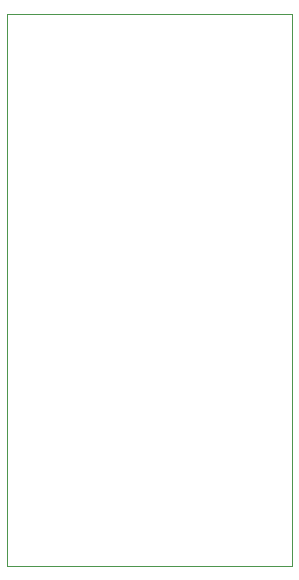
<source format=gbr>
%TF.GenerationSoftware,KiCad,Pcbnew,8.0.9-8.0.9-0~ubuntu22.04.1*%
%TF.CreationDate,2025-12-16T17:58:39+09:00*%
%TF.ProjectId,Jetson_Side_Expand_Board,4a657473-6f6e-45f5-9369-64655f457870,rev?*%
%TF.SameCoordinates,Original*%
%TF.FileFunction,Profile,NP*%
%FSLAX46Y46*%
G04 Gerber Fmt 4.6, Leading zero omitted, Abs format (unit mm)*
G04 Created by KiCad (PCBNEW 8.0.9-8.0.9-0~ubuntu22.04.1) date 2025-12-16 17:58:39*
%MOMM*%
%LPD*%
G01*
G04 APERTURE LIST*
%TA.AperFunction,Profile*%
%ADD10C,0.050000*%
%TD*%
G04 APERTURE END LIST*
D10*
X105610000Y-70580000D02*
X129692000Y-70580000D01*
X129692000Y-117288000D01*
X105610000Y-117288000D01*
X105610000Y-70580000D01*
M02*

</source>
